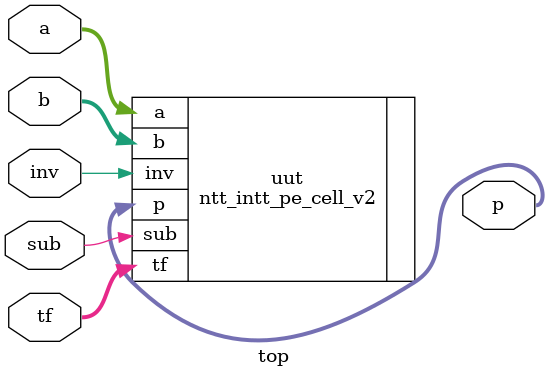
<source format=v>
`timescale 1ps/1ps
`define N = 17

module top (
    input inv,
    input sub,
    input [17-1:0] tf,
    input [17-1:0] a,
    input [17-1:0] b,
    output [17-1:0] p
    );

    ntt_intt_pe_cell_v2 #(.N(17)) uut(.a(a), .b(b), .tf(tf), .inv(inv), .sub(sub), .p(p));
endmodule
</source>
